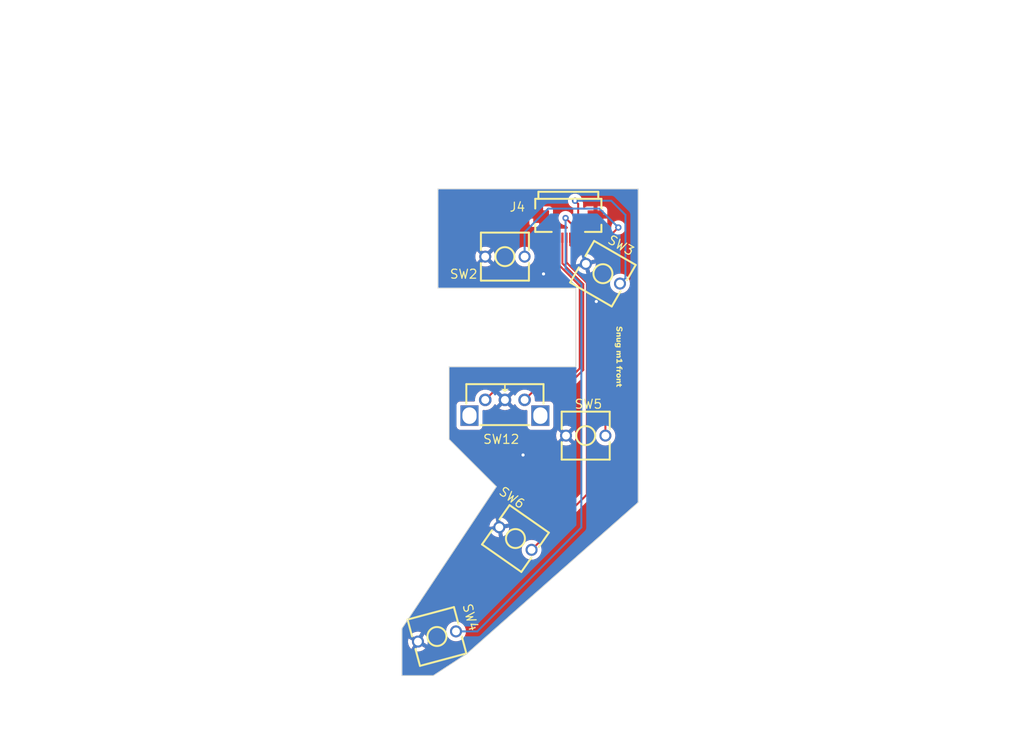
<source format=kicad_pcb>
(kicad_pcb (version 20221018) (generator pcbnew)
  (layers (0 "F.Cu" signal) (31 "B.Cu" signal) (34 "B.Paste" user) (35 "F.Paste" user) (36 "B.SilkS" user "B.Silkscreen") (37 "F.SilkS" user "F.Silkscreen") (38 "B.Mask" user) (39 "F.Mask" user) (44 "Edge.Cuts" user))
  (net 0 "")
  (net 1 "GND")
  (net 2 "SW3_F")
  (net 3 "SW2_F")
  (net 4 "SW4_F")
  (net 5 "SW5_F")
  (net 6 "SW6_F")
  (net 7 "RE0A_F")
  (net 8 "RE0B_F")
  (footprint "0:SW-TH_L6.2-W6.2-P5.00" (layer "F.Cu") (at 126.543 80.77 -30)
    (fp_text reference "SW3" (at 2.02258 -4.250788 150) (layer "F.SilkS") (effects (font (size 1.143 1.143) (thickness 0.152)) (justify right)))
    (fp_text value "SW_PUSH" hide)
    (pad "1" thru_hole circle (at -2.5 0 330) (size 1.524 1.524) (drill 1) (layers "*.Cu" "*.Paste" "*.Mask") (net 1 "GND"))
    (pad "2" thru_hole circle (at 2.5 0 330) (size 1.524 1.524) (drill 1) (layers "*.Cu" "*.Paste" "*.Mask") (net 2 "SW3_F"))
  )
  (footprint "0:SW-TH_CEN971112R02" (layer "F.Cu") (at 114.1 97.8 180)
    (fp_text reference "SW12" (at -1.92 -4) (layer "F.SilkS") (effects (font (size 1.143 1.143) (thickness 0.152)) (justify right)))
    (fp_text value "RotaryEncoder" hide)
    (pad "1" thru_hole circle (at -2.5 1 180) (size 1.6 1.6) (drill 1) (layers "*.Cu" "*.Paste" "*.Mask") (net 7 "RE0A_F"))
    (pad "2" thru_hole circle (at 0 1 180) (size 1.6 1.6) (drill 1) (layers "*.Cu" "*.Paste" "*.Mask") (net 1 "GND"))
    (pad "3" thru_hole circle (at 2.5 1 180) (size 1.6 1.6) (drill 1) (layers "*.Cu" "*.Paste" "*.Mask") (net 8 "RE0B_F"))
    (pad "4" thru_hole rect (at -4.5 -1 180) (size 2.3 2.6) (drill oval 1.8 2.1) (layers "*.Cu" "*.Paste" "*.Mask"))
    (pad "5" thru_hole rect (at 4.5 -1 180) (size 2.3 2.6) (drill oval 1.8 2.1) (layers "*.Cu" "*.Paste" "*.Mask"))
  )
  (footprint "0:SW-TH_L6.2-W6.2-P5.00" (layer "F.Cu") (at 115.436 114.414 -35)
    (fp_text reference "SW6" (at -1.5 -4 145) (layer "F.SilkS") (effects (font (size 1.143 1.143) (thickness 0.152)) (justify right)))
    (fp_text value "SW_PUSH" hide)
    (pad "1" thru_hole circle (at -2.5 0 325) (size 1.524 1.524) (drill 1) (layers "*.Cu" "*.Paste" "*.Mask") (net 1 "GND"))
    (pad "2" thru_hole circle (at 2.5 0 325) (size 1.524 1.524) (drill 1) (layers "*.Cu" "*.Paste" "*.Mask") (net 6 "SW6_F"))
  )
  (footprint "Logos:front" (layer "F.Cu") (at 128.4 91.3 -90)
    (fp_text reference "G***" hide)
    (fp_text value "LOGO" hide)
  )
  (footprint "0:FFCｺﾈｸﾀ_FPC-SMD_P0.50-8P_FGS-XJ-H2.0" (layer "F.Cu") (at 122.15 74.86)
    (fp_text reference "J4" (at -7.55 -2.56) (layer "F.SilkS") (effects (font (size 1.143 1.143) (thickness 0.152)) (justify left)))
    (fp_text value "Conn_01x8_Pin + 2" hide)
    (pad "1" smd rect (at -1.75 1.34) (size 0.3 1.3) (layers "F.Cu" "F.Paste" "F.Mask") (net 1 "GND"))
    (pad "2" smd rect (at -1.252 1.338) (size 0.3 1.3) (layers "F.Cu" "F.Paste" "F.Mask") (net 8 "RE0B_F"))
    (pad "3" smd rect (at -0.75 1.34) (size 0.3 1.3) (layers "F.Cu" "F.Paste" "F.Mask") (net 7 "RE0A_F"))
    (pad "4" smd rect (at -0.25 1.34) (size 0.3 1.3) (layers "F.Cu" "F.Paste" "F.Mask") (net 6 "SW6_F"))
    (pad "5" smd rect (at 0.25 1.34) (size 0.3 1.3) (layers "F.Cu" "F.Paste" "F.Mask") (net 5 "SW5_F"))
    (pad "6" smd rect (at 0.75 1.34) (size 0.3 1.3) (layers "F.Cu" "F.Paste" "F.Mask") (net 4 "SW4_F"))
    (pad "7" smd rect (at 1.25 1.34) (size 0.3 1.3) (layers "F.Cu" "F.Paste" "F.Mask") (net 2 "SW3_F"))
    (pad "8" smd rect (at 1.75 1.34) (size 0.3 1.3) (layers "F.Cu" "F.Paste" "F.Mask") (net 3 "SW2_F"))
    (pad "9" smd rect (at 3.45 -1.34 270) (size 1.6 2) (layers "F.Cu" "F.Paste" "F.Mask") (net 1 "GND"))
    (pad "10" smd rect (at -3.45 -1.34 270) (size 1.6 2) (layers "F.Cu" "F.Paste" "F.Mask") (net 1 "GND"))
  )
  (footprint "0:SW-TH_L6.2-W6.2-P5.00" (layer "F.Cu") (at 124.357 101.337)
    (fp_text reference "SW5" (at -1.5 -4) (layer "F.SilkS") (effects (font (size 1.143 1.143) (thickness 0.152)) (justify left)))
    (fp_text value "SW_PUSH" hide)
    (pad "1" thru_hole circle (at -2.5 0) (size 1.524 1.524) (drill 1) (layers "*.Cu" "*.Paste" "*.Mask") (net 1 "GND"))
    (pad "2" thru_hole circle (at 2.5 0) (size 1.524 1.524) (drill 1) (layers "*.Cu" "*.Paste" "*.Mask") (net 5 "SW5_F"))
  )
  (footprint "0:SW-TH_L6.2-W6.2-P5.00" (layer "F.Cu") (at 114.1 78.6)
    (fp_text reference "SW2" (at -7.08 2.218) (layer "F.SilkS") (effects (font (size 1.143 1.143) (thickness 0.152)) (justify left)))
    (fp_text value "SW_PUSH" hide)
    (pad "1" thru_hole circle (at -2.5 0) (size 1.524 1.524) (drill 1) (layers "*.Cu" "*.Paste" "*.Mask") (net 1 "GND"))
    (pad "2" thru_hole circle (at 2.5 0) (size 1.524 1.524) (drill 1) (layers "*.Cu" "*.Paste" "*.Mask") (net 3 "SW2_F"))
  )
  (footprint "0:SW-TH_L6.2-W6.2-P5.00" (layer "F.Cu") (at 105.472 126.856 15)
    (fp_text reference "SW4" (at 4.736683 0.590049 105) (layer "F.SilkS") (effects (font (size 1.143 1.143) (thickness 0.152)) (justify right)))
    (fp_text value "SW_PUSH" hide)
    (pad "1" thru_hole circle (at -2.5 0 15) (size 1.524 1.524) (drill 1) (layers "*.Cu" "*.Paste" "*.Mask") (net 1 "GND"))
    (pad "2" thru_hole circle (at 2.5 0 15) (size 1.524 1.524) (drill 1) (layers "*.Cu" "*.Paste" "*.Mask") (net 4 "SW4_F"))
  )
  (gr_line (start 123.1 82.6) (end 123.1 92.6) (stroke (width 0.1)) (layer "Edge.Cuts"))
  (gr_line (start 131.02 70) (end 131.02 109.818) (stroke (width 0.1)) (layer "Edge.Cuts"))
  (gr_line (start 101.02 131.818) (end 105.02 131.818) (stroke (width 0.1)) (layer "Edge.Cuts"))
  (gr_line (start 101.02 125.845) (end 101.02 131.818) (stroke (width 0.1)) (layer "Edge.Cuts"))
  (gr_line (start 113.02 107.818) (end 101.02 125.845) (stroke (width 0.1)) (layer "Edge.Cuts"))
  (gr_line (start 109.269 129.048) (end 131.02 109.818) (stroke (width 0.1)) (layer "Edge.Cuts"))
  (gr_line (start 105.6 82.6) (end 123.1 82.6) (stroke (width 0.1)) (layer "Edge.Cuts"))
  (gr_line (start 107.02 92.6) (end 107.02 101.818) (stroke (width 0.1)) (layer "Edge.Cuts"))
  (gr_line (start 105.02 131.818) (end 109.269 129.048) (stroke (width 0.1)) (layer "Edge.Cuts"))
  (gr_line (start 131.02 70) (end 105.6 70) (stroke (width 0.1)) (layer "Edge.Cuts"))
  (gr_line (start 105.6 70) (end 105.6 82.6) (stroke (width 0.1)) (layer "Edge.Cuts"))
  (gr_line (start 107.02 101.818) (end 113.02 107.818) (stroke (width 0.1)) (layer "Edge.Cuts"))
  (gr_line (start 123.1 92.6) (end 107.02 92.6) (stroke (width 0.1)) (layer "Edge.Cuts"))
  (segment (start 120.4 75.22) (end 118.7 73.52) (width 0.25) (layer "F.Cu") (net 1))
  (segment (start 120.4 76.2) (end 120.4 75.22) (width 0.25) (layer "F.Cu") (net 1))
  (via (at 119 80.8) (size 0.8) (drill 0.4) (layers "F.Cu" "B.Cu") (net 1))
  (via (at 125.7 84.3) (size 0.8) (drill 0.4) (layers "F.Cu" "B.Cu") (net 1))
  (via (at 116.4 103.8) (size 0.8) (drill 0.4) (layers "F.Cu" "B.Cu") (net 1))
  (segment (start 123.4 76.2) (end 123.4 71.9) (width 0.25) (layer "F.Cu") (net 2))
  (segment (start 123.4 71.9) (end 123 71.5) (width 0.25) (layer "F.Cu") (net 2))
  (via (at 123 71.5) (size 0.8) (drill 0.4) (layers "F.Cu" "B.Cu") (net 2))
  (segment (start 127.6 71.5) (end 129.4 73.3) (width 0.25) (layer "B.Cu") (net 2))
  (segment (start 129.4 73.3) (end 129.4 81.328064) (width 0.25) (layer "B.Cu") (net 2))
  (segment (start 129.4 81.328064) (end 128.708064 82.02) (width 0.25) (layer "B.Cu") (net 2))
  (segment (start 123 71.5) (end 127.6 71.5) (width 0.25) (layer "B.Cu") (net 2))
  (segment (start 127.2 76.2) (end 128.5 74.9) (width 0.25) (layer "F.Cu") (net 3))
  (segment (start 123.9 76.2) (end 127.2 76.2) (width 0.25) (layer "F.Cu") (net 3))
  (via (at 128.5 74.9) (size 0.8) (drill 0.4) (layers "F.Cu" "B.Cu") (net 3))
  (segment (start 128.5 74.9) (end 126.1 72.5) (width 0.25) (layer "B.Cu") (net 3))
  (segment (start 116.6 75.5) (end 116.6 78.6) (width 0.25) (layer "B.Cu") (net 3))
  (segment (start 126.1 72.5) (end 119.6 72.5) (width 0.25) (layer "B.Cu") (net 3))
  (segment (start 119.6 72.5) (end 116.6 75.5) (width 0.25) (layer "B.Cu") (net 3))
  (segment (start 122.9 74.8) (end 121.8 73.7) (width 0.25) (layer "F.Cu") (net 4))
  (segment (start 122.9 76.2) (end 122.9 74.8) (width 0.25) (layer "F.Cu") (net 4))
  (via (at 121.8 73.7) (size 0.8) (drill 0.4) (layers "F.Cu" "B.Cu") (net 4))
  (segment (start 121.8 73.7) (end 121.8 80.1) (width 0.25) (layer "B.Cu") (net 4))
  (segment (start 121.8 80.1) (end 123.8 82.1) (width 0.25) (layer "B.Cu") (net 4))
  (segment (start 110.591048 126.208952) (end 107.886815 126.208952) (width 0.25) (layer "B.Cu") (net 4))
  (segment (start 123.8 82.1) (end 123.8 113) (width 0.25) (layer "B.Cu") (net 4))
  (segment (start 123.8 113) (end 110.591048 126.208952) (width 0.25) (layer "B.Cu") (net 4))
  (segment (start 122.85 77.6) (end 126.3 77.6) (width 0.25) (layer "F.Cu") (net 5))
  (segment (start 126.3 77.6) (end 126.857 78.157) (width 0.25) (layer "F.Cu") (net 5))
  (segment (start 122.4 77.15) (end 122.85 77.6) (width 0.25) (layer "F.Cu") (net 5))
  (segment (start 126.857 78.157) (end 126.857 101.337) (width 0.25) (layer "F.Cu") (net 5))
  (segment (start 122.4 76.2) (end 122.4 77.15) (width 0.25) (layer "F.Cu") (net 5))
  (segment (start 124.5 108.831821) (end 117.48388 115.847941) (width 0.25) (layer "F.Cu") (net 6))
  (segment (start 121.9 79.327208) (end 124.5 81.927208) (width 0.25) (layer "F.Cu") (net 6))
  (segment (start 124.5 81.927208) (end 124.5 108.831821) (width 0.25) (layer "F.Cu") (net 6))
  (segment (start 121.9 76.2) (end 121.9 79.327208) (width 0.25) (layer "F.Cu") (net 6))
  (segment (start 119.1 94.3) (end 116.6 96.8) (width 0.25) (layer "F.Cu") (net 7))
  (segment (start 122.736396 94.3) (end 119.1 94.3) (width 0.25) (layer "F.Cu") (net 7))
  (segment (start 124.05 92.986396) (end 122.736396 94.3) (width 0.25) (layer "F.Cu") (net 7))
  (segment (start 121.4 79.463604) (end 124.05 82.113604) (width 0.25) (layer "F.Cu") (net 7))
  (segment (start 121.4 76.2) (end 121.4 79.463604) (width 0.25) (layer "F.Cu") (net 7))
  (segment (start 124.05 82.113604) (end 124.05 92.986396) (width 0.25) (layer "F.Cu") (net 7))
  (segment (start 120.898 79.598) (end 123.6 82.3) (width 0.25) (layer "F.Cu") (net 8))
  (segment (start 123.6 92.8) (end 123.1 93.3) (width 0.25) (layer "F.Cu") (net 8))
  (segment (start 120.898 76.198) (end 120.898 79.598) (width 0.25) (layer "F.Cu") (net 8))
  (segment (start 123.1 93.3) (end 115.1 93.3) (width 0.25) (layer "F.Cu") (net 8))
  (segment (start 123.6 82.3) (end 123.6 92.8) (width 0.25) (layer "F.Cu") (net 8))
  (segment (start 115.1 93.3) (end 111.6 96.8) (width 0.25) (layer "F.Cu") (net 8))
  (zone (net 1) (net_name "GND") (layer "F.Cu") (connect_pads (clearance 0.5)) (min_thickness 0.25) (fill yes (thermal_gap 0.5) (thermal_bridge_width 0.5) (island_removal_mode 1) (island_area_min 10))
    (polygon (pts (xy 50 46) (xy 50 141) (xy 180 141) (xy 180 46)))
  )
  (zone (net 1) (net_name "GND") (layer "B.Cu") (priority 1) (connect_pads (clearance 0.5)) (min_thickness 0.25) (fill yes (thermal_gap 0.5) (thermal_bridge_width 0.5))
    (polygon (pts (xy 51 47) (xy 51 140) (xy 179 140) (xy 179 47)))
  )
)
</source>
